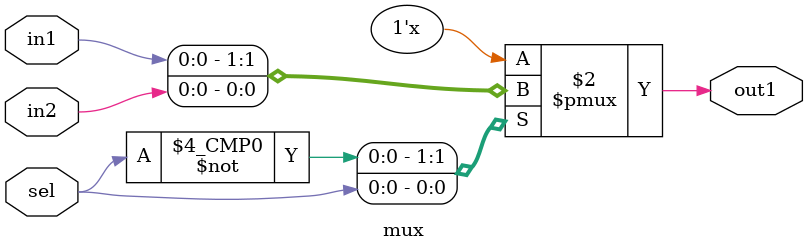
<source format=sv>
`timescale 1 ns / 1ns

module mux (
    input sel, in1,
    in2,
    output reg out1
);

    always @(in1, in2, sel) begin
        case (sel)
            1'b0: out1 <= in1;
            1'b1: out1 <= in2;
        endcase
    end

endmodule

</source>
